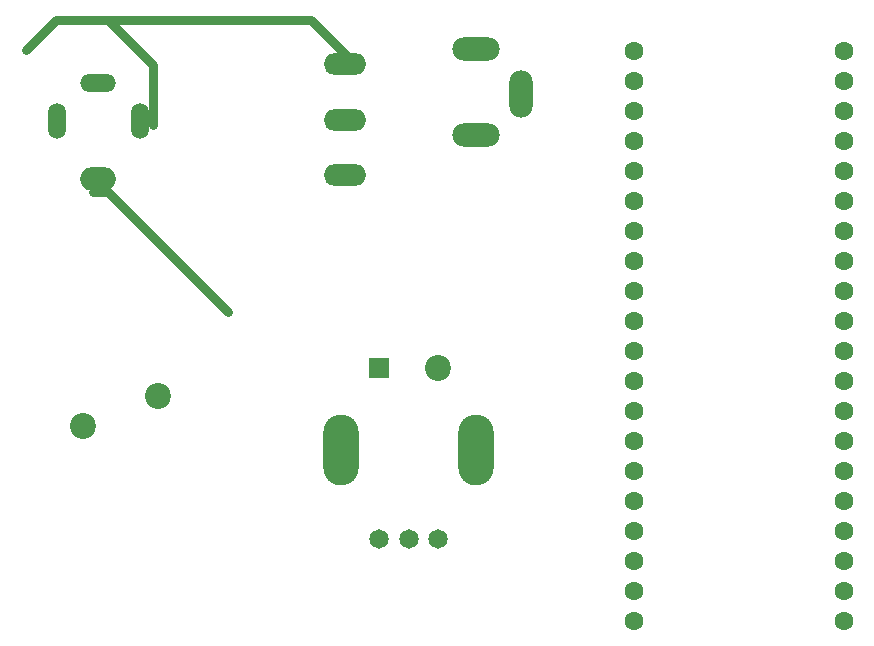
<source format=gbr>
%TF.GenerationSoftware,KiCad,Pcbnew,7.0.8*%
%TF.CreationDate,2023-12-13T18:23:58-05:00*%
%TF.ProjectId,test,74657374-2e6b-4696-9361-645f70636258,rev?*%
%TF.SameCoordinates,Original*%
%TF.FileFunction,Copper,L2,Bot*%
%TF.FilePolarity,Positive*%
%FSLAX46Y46*%
G04 Gerber Fmt 4.6, Leading zero omitted, Abs format (unit mm)*
G04 Created by KiCad (PCBNEW 7.0.8) date 2023-12-13 18:23:58*
%MOMM*%
%LPD*%
G01*
G04 APERTURE LIST*
%TA.AperFunction,ComponentPad*%
%ADD10O,3.620000X1.810000*%
%TD*%
%TA.AperFunction,ComponentPad*%
%ADD11O,3.000000X6.000000*%
%TD*%
%TA.AperFunction,ComponentPad*%
%ADD12C,1.650000*%
%TD*%
%TA.AperFunction,ComponentPad*%
%ADD13C,2.200000*%
%TD*%
%TA.AperFunction,ComponentPad*%
%ADD14R,1.800000X1.800000*%
%TD*%
%TA.AperFunction,ComponentPad*%
%ADD15C,1.600000*%
%TD*%
%TA.AperFunction,ComponentPad*%
%ADD16O,4.000000X2.000000*%
%TD*%
%TA.AperFunction,ComponentPad*%
%ADD17O,2.000000X4.000000*%
%TD*%
%TA.AperFunction,ComponentPad*%
%ADD18O,1.508000X3.016000*%
%TD*%
%TA.AperFunction,ComponentPad*%
%ADD19O,3.016000X1.508000*%
%TD*%
%TA.AperFunction,ComponentPad*%
%ADD20O,3.016000X2.000000*%
%TD*%
%TA.AperFunction,Conductor*%
%ADD21C,0.800000*%
%TD*%
G04 APERTURE END LIST*
D10*
%TO.P,S1,1*%
%TO.N,N/C*%
X31225000Y-28305000D03*
%TO.P,S1,2*%
X31225000Y-23605000D03*
%TO.P,S1,3*%
X31225000Y-18905000D03*
%TD*%
D11*
%TO.P,MT2,S2,SHIELD*%
%TO.N,N/C*%
X42300000Y-51600000D03*
%TO.P,MT2,S1,SHIELD*%
X30900000Y-51600000D03*
D12*
%TO.P,MT2,COM,COM*%
X36600000Y-59100000D03*
%TO.P,MT2,B,B*%
X39100000Y-59100000D03*
%TO.P,MT2,A,A*%
X34100000Y-59100000D03*
D13*
%TO.P,MT2,2*%
X39100000Y-44600000D03*
D14*
%TO.P,MT2,1*%
X34100000Y-44600000D03*
%TD*%
D13*
%TO.P,SW3,2,2*%
%TO.N,N/C*%
X9010000Y-49530000D03*
%TO.P,SW3,1,1*%
X15360000Y-46990000D03*
%TD*%
D15*
%TO.P,M1,40,VBUS*%
%TO.N,N/C*%
X73485000Y-17789556D03*
%TO.P,M1,39,VSYS*%
X73485000Y-20329556D03*
%TO.P,M1,38,GND*%
X73485000Y-22869556D03*
%TO.P,M1,37,3V3_EN*%
X73485000Y-25409556D03*
%TO.P,M1,36,3V3_OUT*%
X73485000Y-27949556D03*
%TO.P,M1,35,ADC_VREF*%
X73485000Y-30489556D03*
%TO.P,M1,34,GP28*%
X73485000Y-33029556D03*
%TO.P,M1,33,GND*%
X73485000Y-35569556D03*
%TO.P,M1,32,GP27*%
X73485000Y-38109556D03*
%TO.P,M1,31,GP26*%
X73485000Y-40649556D03*
%TO.P,M1,30,RUN*%
X73485000Y-43189556D03*
%TO.P,M1,29,GP22*%
X73485000Y-45729556D03*
%TO.P,M1,28,GND*%
X73485000Y-48269556D03*
%TO.P,M1,27,GP21*%
X73485000Y-50809556D03*
%TO.P,M1,26,GP20*%
X73485000Y-53349556D03*
%TO.P,M1,25,GP19*%
X73485000Y-55889556D03*
%TO.P,M1,24,GP18*%
X73485000Y-58429556D03*
%TO.P,M1,23,GND*%
X73485000Y-60969556D03*
%TO.P,M1,22,GP17*%
X73485000Y-63509556D03*
%TO.P,M1,21,GP16*%
X73485000Y-66049556D03*
%TO.P,M1,20,GP15*%
X55705000Y-66049556D03*
%TO.P,M1,19,GP14*%
X55705000Y-63509556D03*
%TO.P,M1,18,GND*%
X55705000Y-60969556D03*
%TO.P,M1,17,GP13*%
X55705000Y-58429556D03*
%TO.P,M1,16,GP12*%
X55705000Y-55889556D03*
%TO.P,M1,15,GP11*%
X55705000Y-53349556D03*
%TO.P,M1,14,GP10*%
X55705000Y-50809556D03*
%TO.P,M1,13,GND*%
X55705000Y-48269556D03*
%TO.P,M1,12,GP9*%
X55705000Y-45729556D03*
%TO.P,M1,11,GP8*%
X55705000Y-43189556D03*
%TO.P,M1,10,GP7*%
X55705000Y-40649556D03*
%TO.P,M1,9,GP6*%
X55705000Y-38109556D03*
%TO.P,M1,8,GND*%
X55705000Y-35569556D03*
%TO.P,M1,7,GP5*%
X55705000Y-33029556D03*
%TO.P,M1,6,GP4*%
X55705000Y-30489556D03*
%TO.P,M1,5,GP3*%
X55705000Y-27949556D03*
%TO.P,M1,4,GP2*%
X55705000Y-25409556D03*
%TO.P,M1,3,GND*%
X55705000Y-22869556D03*
%TO.P,M1,2,GP1*%
X55705000Y-20329556D03*
%TO.P,M1,1,GP0*%
X55705000Y-17789556D03*
%TD*%
D16*
%TO.P,J9,3*%
%TO.N,N/C*%
X42300000Y-17600000D03*
D17*
%TO.P,J9,2*%
X46100000Y-21400000D03*
D16*
%TO.P,J9,1*%
X42300000Y-24900000D03*
%TD*%
D18*
%TO.P,J2,1*%
%TO.N,N/C*%
X13880000Y-23680000D03*
D19*
%TO.P,J2,2*%
X10330000Y-20480000D03*
D18*
%TO.P,J2,4*%
X6780000Y-23680000D03*
D20*
%TO.P,J2,5*%
X10330000Y-28580000D03*
%TD*%
D21*
%TO.N,*%
X28285000Y-15130000D02*
X31460000Y-18305000D01*
X11140000Y-15130000D02*
X28285000Y-15130000D01*
X6695000Y-15130000D02*
X11140000Y-15130000D01*
X11140000Y-15130000D02*
X14950000Y-18940000D01*
X14950000Y-18940000D02*
X14950000Y-24020000D01*
X4155000Y-17670000D02*
X6695000Y-15130000D01*
X21300000Y-39895000D02*
X11140000Y-29735000D01*
X11140000Y-29735000D02*
X9870000Y-29735000D01*
%TD*%
M02*

</source>
